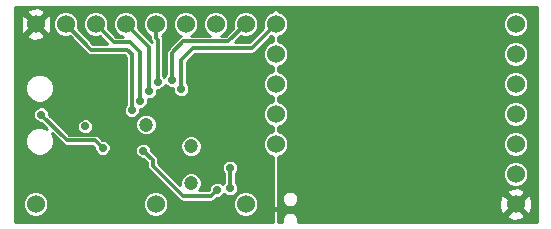
<source format=gbr>
G04 #@! TF.FileFunction,Copper,L2,Bot,Signal*
%FSLAX46Y46*%
G04 Gerber Fmt 4.6, Leading zero omitted, Abs format (unit mm)*
G04 Created by KiCad (PCBNEW 4.0.2+dfsg1-stable) date jeu. 11 mai 2017 22:37:16 CEST*
%MOMM*%
G01*
G04 APERTURE LIST*
%ADD10C,0.100000*%
%ADD11C,1.198880*%
%ADD12C,1.524000*%
%ADD13C,0.711200*%
%ADD14C,0.406400*%
%ADD15C,0.304800*%
%ADD16C,0.203200*%
%ADD17C,0.254000*%
G04 APERTURE END LIST*
D10*
D11*
X140335000Y-87185500D03*
X140335000Y-90297000D03*
D12*
X137340000Y-92075000D03*
X127180000Y-92075000D03*
X127180000Y-76835000D03*
X144960000Y-92075000D03*
X132260000Y-76835000D03*
X129720000Y-76835000D03*
X134800000Y-76835000D03*
X137340000Y-76835000D03*
X144960000Y-76835000D03*
X147500000Y-76835000D03*
X142420000Y-76835000D03*
X139880000Y-76835000D03*
X147500000Y-79375000D03*
X147500000Y-81915000D03*
X147500000Y-84455000D03*
X147500000Y-86995000D03*
X167820000Y-76835000D03*
X167820000Y-79375000D03*
X167820000Y-81915000D03*
X167820000Y-84455000D03*
X167820000Y-86995000D03*
X167820000Y-89535000D03*
X167820000Y-92075000D03*
D11*
X136525000Y-85344000D03*
D13*
X128447800Y-75641200D03*
X125907800Y-75641200D03*
X148767800Y-75641200D03*
X143687800Y-75641200D03*
X138607800Y-75641200D03*
X133527800Y-75641200D03*
X130962400Y-75641200D03*
X136067800Y-75641200D03*
X141147800Y-75641200D03*
X146227800Y-75641200D03*
X159740600Y-78028800D03*
X132080000Y-84582000D03*
X125704600Y-93345000D03*
X153924000Y-86131400D03*
X157251400Y-92329000D03*
X163220400Y-87426800D03*
X152222200Y-93345000D03*
X160477200Y-88925400D03*
X143764000Y-80162400D03*
X140296900Y-81534000D03*
X129850000Y-81000000D03*
X143713200Y-93345000D03*
X138303000Y-93345000D03*
X137922000Y-87566500D03*
X134620000Y-88963500D03*
X136207500Y-90297000D03*
X136207500Y-93345000D03*
X130111500Y-89344500D03*
X132842000Y-87312500D03*
X127647700Y-84493100D03*
X131381500Y-85496400D03*
X140335000Y-87185500D03*
X140335000Y-90297000D03*
X136296400Y-87553800D03*
X142557500Y-90855800D03*
X135305800Y-84124800D03*
X136042400Y-83312000D03*
X136779000Y-82524600D03*
X137515600Y-81711800D03*
X138696700Y-81534000D03*
X139496800Y-82334100D03*
X143637000Y-89001600D03*
X143637000Y-90728800D03*
X136525000Y-85344000D03*
D14*
X152222200Y-93345000D02*
X151028400Y-93345000D01*
X145910300Y-93345000D02*
X143713200Y-93345000D01*
X146723100Y-92532200D02*
X145910300Y-93345000D01*
X150215600Y-92532200D02*
X146723100Y-92532200D01*
X151028400Y-93345000D02*
X150215600Y-92532200D01*
D15*
X125907800Y-75641200D02*
X125907800Y-78409800D01*
D16*
X126390400Y-75641200D02*
X126555500Y-75476100D01*
X126555500Y-75476100D02*
X127800100Y-75476100D01*
X127965200Y-75641200D02*
X127800100Y-75476100D01*
X128447800Y-75641200D02*
X127965200Y-75641200D01*
X125907800Y-75641200D02*
X126390400Y-75641200D01*
D15*
X125704600Y-78613000D02*
X125704600Y-79400400D01*
X125907800Y-78409800D02*
X125704600Y-78613000D01*
D16*
X128447800Y-75641200D02*
X128447800Y-77343000D01*
X129850000Y-78745200D02*
X129850000Y-81000000D01*
X128447800Y-77343000D02*
X129850000Y-78745200D01*
X128930400Y-75641200D02*
X129095500Y-75476100D01*
X129095500Y-75476100D02*
X130314700Y-75476100D01*
X148285200Y-75641200D02*
X148767800Y-75641200D01*
X146227800Y-75641200D02*
X146710400Y-75641200D01*
X145745200Y-75641200D02*
X145580100Y-75476100D01*
X145580100Y-75476100D02*
X144335500Y-75476100D01*
X144170400Y-75641200D02*
X144335500Y-75476100D01*
X143687800Y-75641200D02*
X143205200Y-75641200D01*
X141147800Y-75641200D02*
X141630400Y-75641200D01*
X140665200Y-75641200D02*
X140500100Y-75476100D01*
X140500100Y-75476100D02*
X139255500Y-75476100D01*
X139090400Y-75641200D02*
X139255500Y-75476100D01*
X138607800Y-75641200D02*
X138125200Y-75641200D01*
X136067800Y-75641200D02*
X136550400Y-75641200D01*
X135585200Y-75641200D02*
X135420100Y-75476100D01*
X135420100Y-75476100D02*
X134175500Y-75476100D01*
X134010400Y-75641200D02*
X134175500Y-75476100D01*
X133527800Y-75641200D02*
X133045200Y-75641200D01*
X130962400Y-75641200D02*
X131445000Y-75641200D01*
X130479800Y-75641200D02*
X130314700Y-75476100D01*
X130962400Y-75641200D02*
X130479800Y-75641200D01*
X131445000Y-75641200D02*
X131610100Y-75476100D01*
X132880100Y-75476100D02*
X131610100Y-75476100D01*
X133045200Y-75641200D02*
X132880100Y-75476100D01*
X133527800Y-75641200D02*
X134010400Y-75641200D01*
X136067800Y-75641200D02*
X135585200Y-75641200D01*
X136550400Y-75641200D02*
X136715500Y-75476100D01*
X137960100Y-75476100D02*
X136715500Y-75476100D01*
X138125200Y-75641200D02*
X137960100Y-75476100D01*
X138607800Y-75641200D02*
X139090400Y-75641200D01*
X141147800Y-75641200D02*
X140665200Y-75641200D01*
X141630400Y-75641200D02*
X141795500Y-75476100D01*
X143040100Y-75476100D02*
X141795500Y-75476100D01*
X143205200Y-75641200D02*
X143040100Y-75476100D01*
X143687800Y-75641200D02*
X144170400Y-75641200D01*
X146227800Y-75641200D02*
X145745200Y-75641200D01*
X146710400Y-75641200D02*
X146875500Y-75476100D01*
X148120100Y-75476100D02*
X147726400Y-75476100D01*
X147269200Y-75476100D02*
X146875500Y-75476100D01*
X148285200Y-75641200D02*
X148120100Y-75476100D01*
D14*
X147269200Y-75476100D02*
X147726400Y-75476100D01*
D16*
X128447800Y-75641200D02*
X128930400Y-75641200D01*
D15*
X159740600Y-78028800D02*
X151323040Y-78028800D01*
X132080000Y-84582000D02*
X133108700Y-84582000D01*
X133337300Y-84810600D02*
X134061200Y-84810600D01*
X133108700Y-84582000D02*
X133337300Y-84810600D01*
D14*
X125704600Y-79400400D02*
X128250400Y-79400400D01*
X128250400Y-79400400D02*
X129850000Y-81000000D01*
X130111500Y-89344500D02*
X125704600Y-89344500D01*
X125704600Y-93345000D02*
X125704600Y-89344500D01*
X125704600Y-89344500D02*
X125704600Y-79400400D01*
X140296900Y-81534000D02*
X140296900Y-83527900D01*
X140296900Y-83527900D02*
X137083800Y-86741000D01*
X129850000Y-81000000D02*
X131165000Y-81000000D01*
X134061200Y-83896200D02*
X134061200Y-84810600D01*
X131165000Y-81000000D02*
X134061200Y-83896200D01*
X134061200Y-84810600D02*
X134061200Y-84836000D01*
X134061200Y-84836000D02*
X135966200Y-86741000D01*
X153924000Y-86131400D02*
X153924000Y-91643200D01*
X153924000Y-91643200D02*
X152222200Y-93345000D01*
X157251400Y-92329000D02*
X157251400Y-93345000D01*
X157251400Y-92329000D02*
X158038800Y-92329000D01*
X160477200Y-88925400D02*
X160477200Y-89890600D01*
X158038800Y-92329000D02*
X160477200Y-89890600D01*
D16*
X163220400Y-87426800D02*
X163220400Y-88315800D01*
X162610800Y-88925400D02*
X160477200Y-88925400D01*
X163220400Y-88315800D02*
X162610800Y-88925400D01*
D14*
X152222200Y-93345000D02*
X157251400Y-93345000D01*
X157251400Y-93345000D02*
X166550000Y-93345000D01*
X166550000Y-93345000D02*
X167820000Y-92075000D01*
D15*
X143764000Y-80162400D02*
X141668500Y-80162400D01*
X141668500Y-80162400D02*
X140296900Y-81534000D01*
D14*
X143713200Y-93345000D02*
X139166600Y-93345000D01*
X139166600Y-93345000D02*
X138734800Y-92913200D01*
X136207500Y-90297000D02*
X137515600Y-90297000D01*
X138734800Y-91516200D02*
X138734800Y-92913200D01*
X137515600Y-90297000D02*
X138734800Y-91516200D01*
X138734800Y-92913200D02*
X138303000Y-93345000D01*
X136207500Y-90297000D02*
X136207500Y-88900000D01*
X136207500Y-88900000D02*
X135445500Y-88138000D01*
X135445500Y-87249000D02*
X135445500Y-88138000D01*
X135445500Y-87249000D02*
X135953500Y-86741000D01*
X135966200Y-86741000D02*
X135953500Y-86741000D01*
X137096500Y-86741000D02*
X137083800Y-86741000D01*
X137922000Y-87566500D02*
X137096500Y-86741000D01*
X137083800Y-86741000D02*
X135966200Y-86741000D01*
X135445500Y-88138000D02*
X134620000Y-88963500D01*
X136207500Y-93345000D02*
X132461000Y-93345000D01*
X132461000Y-93345000D02*
X130111500Y-90995500D01*
X130111500Y-90995500D02*
X130111500Y-89344500D01*
D15*
X132207000Y-86677500D02*
X129832100Y-86677500D01*
X129832100Y-86677500D02*
X127647700Y-84493100D01*
X132207000Y-86677500D02*
X132842000Y-87312500D01*
X137083800Y-88341200D02*
X137083800Y-88811100D01*
X136296400Y-87553800D02*
X137083800Y-88341200D01*
X142011400Y-91401900D02*
X142557500Y-90855800D01*
X139674600Y-91401900D02*
X142011400Y-91401900D01*
X137083800Y-88811100D02*
X139674600Y-91401900D01*
X135305800Y-84124800D02*
X135305800Y-79400400D01*
X131879000Y-78994000D02*
X129720000Y-76835000D01*
X134899400Y-78994000D02*
X131879000Y-78994000D01*
X135305800Y-79400400D02*
X134899400Y-78994000D01*
X136042400Y-83312000D02*
X136042400Y-79222600D01*
X133809400Y-78384400D02*
X132260000Y-76835000D01*
X135204200Y-78384400D02*
X133809400Y-78384400D01*
X136042400Y-79222600D02*
X135204200Y-78384400D01*
X136779000Y-82524600D02*
X136779000Y-78814000D01*
X136779000Y-78814000D02*
X134800000Y-76835000D01*
X137515600Y-81711800D02*
X137515600Y-78155800D01*
X137340000Y-77980200D02*
X137340000Y-76835000D01*
X137515600Y-78155800D02*
X137340000Y-77980200D01*
X138696700Y-81534000D02*
X138696700Y-79298800D01*
X143486800Y-78308200D02*
X144960000Y-76835000D01*
X139687300Y-78308200D02*
X143486800Y-78308200D01*
X138696700Y-79298800D02*
X139687300Y-78308200D01*
X139496800Y-82334100D02*
X139496800Y-79883000D01*
X145468000Y-78867000D02*
X147500000Y-76835000D01*
X140512800Y-78867000D02*
X145468000Y-78867000D01*
X139496800Y-79883000D02*
X140512800Y-78867000D01*
X143637000Y-89001600D02*
X143637000Y-90728800D01*
D17*
G36*
X147294600Y-75745820D02*
X147284335Y-75745811D01*
X146883937Y-75911252D01*
X146577329Y-76217326D01*
X146411189Y-76617434D01*
X146410811Y-77050665D01*
X146467986Y-77189040D01*
X145269426Y-78387600D01*
X144085374Y-78387600D01*
X144605870Y-77867104D01*
X144742434Y-77923811D01*
X145175665Y-77924189D01*
X145576063Y-77758748D01*
X145882671Y-77452674D01*
X146048811Y-77052566D01*
X146049189Y-76619335D01*
X145883748Y-76218937D01*
X145577674Y-75912329D01*
X145177566Y-75746189D01*
X144744335Y-75745811D01*
X144343937Y-75911252D01*
X144037329Y-76217326D01*
X143871189Y-76617434D01*
X143870811Y-77050665D01*
X143927986Y-77189040D01*
X143288226Y-77828800D01*
X142866524Y-77828800D01*
X143036063Y-77758748D01*
X143342671Y-77452674D01*
X143508811Y-77052566D01*
X143509189Y-76619335D01*
X143343748Y-76218937D01*
X143037674Y-75912329D01*
X142637566Y-75746189D01*
X142204335Y-75745811D01*
X141803937Y-75911252D01*
X141497329Y-76217326D01*
X141331189Y-76617434D01*
X141330811Y-77050665D01*
X141496252Y-77451063D01*
X141802326Y-77757671D01*
X141973623Y-77828800D01*
X140326524Y-77828800D01*
X140496063Y-77758748D01*
X140802671Y-77452674D01*
X140968811Y-77052566D01*
X140969189Y-76619335D01*
X140803748Y-76218937D01*
X140497674Y-75912329D01*
X140097566Y-75746189D01*
X139664335Y-75745811D01*
X139263937Y-75911252D01*
X138957329Y-76217326D01*
X138791189Y-76617434D01*
X138790811Y-77050665D01*
X138956252Y-77451063D01*
X139262326Y-77757671D01*
X139515784Y-77862916D01*
X139503841Y-77865292D01*
X139348313Y-77969213D01*
X138357713Y-78959813D01*
X138253792Y-79115341D01*
X138232457Y-79222600D01*
X138217300Y-79298800D01*
X138217300Y-81048062D01*
X138118357Y-81146833D01*
X138058947Y-81289910D01*
X137995000Y-81225851D01*
X137995000Y-78155800D01*
X137988822Y-78124741D01*
X137958508Y-77972341D01*
X137854587Y-77816813D01*
X137843169Y-77805395D01*
X137956063Y-77758748D01*
X138262671Y-77452674D01*
X138428811Y-77052566D01*
X138429189Y-76619335D01*
X138263748Y-76218937D01*
X137957674Y-75912329D01*
X137557566Y-75746189D01*
X137124335Y-75745811D01*
X136723937Y-75911252D01*
X136417329Y-76217326D01*
X136251189Y-76617434D01*
X136250811Y-77050665D01*
X136416252Y-77451063D01*
X136722326Y-77757671D01*
X136860600Y-77815088D01*
X136860600Y-77980200D01*
X136897092Y-78163659D01*
X137001013Y-78319187D01*
X137036200Y-78354374D01*
X137036200Y-78393226D01*
X135832104Y-77189130D01*
X135888811Y-77052566D01*
X135889189Y-76619335D01*
X135723748Y-76218937D01*
X135417674Y-75912329D01*
X135017566Y-75746189D01*
X134584335Y-75745811D01*
X134183937Y-75911252D01*
X133877329Y-76217326D01*
X133711189Y-76617434D01*
X133710811Y-77050665D01*
X133876252Y-77451063D01*
X134182326Y-77757671D01*
X134537132Y-77905000D01*
X134007974Y-77905000D01*
X133292104Y-77189130D01*
X133348811Y-77052566D01*
X133349189Y-76619335D01*
X133183748Y-76218937D01*
X132877674Y-75912329D01*
X132477566Y-75746189D01*
X132044335Y-75745811D01*
X131643937Y-75911252D01*
X131337329Y-76217326D01*
X131171189Y-76617434D01*
X131170811Y-77050665D01*
X131336252Y-77451063D01*
X131642326Y-77757671D01*
X132042434Y-77923811D01*
X132475665Y-77924189D01*
X132614040Y-77867014D01*
X133261626Y-78514600D01*
X132077574Y-78514600D01*
X130752104Y-77189130D01*
X130808811Y-77052566D01*
X130809189Y-76619335D01*
X130643748Y-76218937D01*
X130337674Y-75912329D01*
X129937566Y-75746189D01*
X129504335Y-75745811D01*
X129103937Y-75911252D01*
X128797329Y-76217326D01*
X128631189Y-76617434D01*
X128630811Y-77050665D01*
X128796252Y-77451063D01*
X129102326Y-77757671D01*
X129502434Y-77923811D01*
X129935665Y-77924189D01*
X130074040Y-77867014D01*
X131540013Y-79332987D01*
X131695541Y-79436908D01*
X131879000Y-79473400D01*
X134700826Y-79473400D01*
X134826400Y-79598974D01*
X134826400Y-83638862D01*
X134727457Y-83737633D01*
X134623319Y-83988427D01*
X134623082Y-84259982D01*
X134726782Y-84510957D01*
X134918633Y-84703143D01*
X135169427Y-84807281D01*
X135440982Y-84807518D01*
X135691957Y-84703818D01*
X135884143Y-84511967D01*
X135988281Y-84261173D01*
X135988514Y-83994553D01*
X136177582Y-83994718D01*
X136428557Y-83891018D01*
X136620743Y-83699167D01*
X136724881Y-83448373D01*
X136725092Y-83207153D01*
X136914182Y-83207318D01*
X137165157Y-83103618D01*
X137357343Y-82911767D01*
X137461481Y-82660973D01*
X137461714Y-82394353D01*
X137650782Y-82394518D01*
X137901757Y-82290818D01*
X138093943Y-82098967D01*
X138153353Y-81955890D01*
X138309533Y-82112343D01*
X138560327Y-82216481D01*
X138814302Y-82216703D01*
X138814082Y-82469282D01*
X138917782Y-82720257D01*
X139109633Y-82912443D01*
X139360427Y-83016581D01*
X139631982Y-83016818D01*
X139882957Y-82913118D01*
X140075143Y-82721267D01*
X140179281Y-82470473D01*
X140179518Y-82198918D01*
X140075818Y-81947943D01*
X139976200Y-81848151D01*
X139976200Y-80081574D01*
X140711374Y-79346400D01*
X145468000Y-79346400D01*
X145651459Y-79309908D01*
X145806987Y-79205987D01*
X147145870Y-77867104D01*
X147282434Y-77923811D01*
X147294600Y-77923822D01*
X147294600Y-78285820D01*
X147284335Y-78285811D01*
X146883937Y-78451252D01*
X146577329Y-78757326D01*
X146411189Y-79157434D01*
X146410811Y-79590665D01*
X146576252Y-79991063D01*
X146882326Y-80297671D01*
X147282434Y-80463811D01*
X147294600Y-80463822D01*
X147294600Y-80825820D01*
X147284335Y-80825811D01*
X146883937Y-80991252D01*
X146577329Y-81297326D01*
X146411189Y-81697434D01*
X146410811Y-82130665D01*
X146576252Y-82531063D01*
X146882326Y-82837671D01*
X147282434Y-83003811D01*
X147294600Y-83003822D01*
X147294600Y-83365820D01*
X147284335Y-83365811D01*
X146883937Y-83531252D01*
X146577329Y-83837326D01*
X146411189Y-84237434D01*
X146410811Y-84670665D01*
X146576252Y-85071063D01*
X146882326Y-85377671D01*
X147282434Y-85543811D01*
X147294600Y-85543822D01*
X147294600Y-85905820D01*
X147284335Y-85905811D01*
X146883937Y-86071252D01*
X146577329Y-86377326D01*
X146411189Y-86777434D01*
X146410811Y-87210665D01*
X146576252Y-87611063D01*
X146882326Y-87917671D01*
X147282434Y-88083811D01*
X147294600Y-88083822D01*
X147294600Y-93598000D01*
X125402000Y-93598000D01*
X125402000Y-92290665D01*
X126090811Y-92290665D01*
X126256252Y-92691063D01*
X126562326Y-92997671D01*
X126962434Y-93163811D01*
X127395665Y-93164189D01*
X127796063Y-92998748D01*
X128102671Y-92692674D01*
X128268811Y-92292566D01*
X128268812Y-92290665D01*
X136250811Y-92290665D01*
X136416252Y-92691063D01*
X136722326Y-92997671D01*
X137122434Y-93163811D01*
X137555665Y-93164189D01*
X137956063Y-92998748D01*
X138262671Y-92692674D01*
X138428811Y-92292566D01*
X138428812Y-92290665D01*
X143870811Y-92290665D01*
X144036252Y-92691063D01*
X144342326Y-92997671D01*
X144742434Y-93163811D01*
X145175665Y-93164189D01*
X145576063Y-92998748D01*
X145882671Y-92692674D01*
X146048811Y-92292566D01*
X146049189Y-91859335D01*
X145883748Y-91458937D01*
X145577674Y-91152329D01*
X145177566Y-90986189D01*
X144744335Y-90985811D01*
X144343937Y-91151252D01*
X144037329Y-91457326D01*
X143871189Y-91857434D01*
X143870811Y-92290665D01*
X138428812Y-92290665D01*
X138429189Y-91859335D01*
X138263748Y-91458937D01*
X137957674Y-91152329D01*
X137557566Y-90986189D01*
X137124335Y-90985811D01*
X136723937Y-91151252D01*
X136417329Y-91457326D01*
X136251189Y-91857434D01*
X136250811Y-92290665D01*
X128268812Y-92290665D01*
X128269189Y-91859335D01*
X128103748Y-91458937D01*
X127797674Y-91152329D01*
X127397566Y-90986189D01*
X126964335Y-90985811D01*
X126563937Y-91151252D01*
X126257329Y-91457326D01*
X126091189Y-91857434D01*
X126090811Y-92290665D01*
X125402000Y-92290665D01*
X125402000Y-86992995D01*
X126272788Y-86992995D01*
X126459194Y-87444131D01*
X126804053Y-87789593D01*
X127254864Y-87976786D01*
X127742995Y-87977212D01*
X128194131Y-87790806D01*
X128539593Y-87445947D01*
X128726786Y-86995136D01*
X128727212Y-86507005D01*
X128546658Y-86070032D01*
X129493113Y-87016487D01*
X129648641Y-87120408D01*
X129832100Y-87156900D01*
X132008426Y-87156900D01*
X132159404Y-87307878D01*
X132159282Y-87447682D01*
X132262982Y-87698657D01*
X132454833Y-87890843D01*
X132705627Y-87994981D01*
X132977182Y-87995218D01*
X133228157Y-87891518D01*
X133420343Y-87699667D01*
X133424779Y-87688982D01*
X135613682Y-87688982D01*
X135717382Y-87939957D01*
X135909233Y-88132143D01*
X136160027Y-88236281D01*
X136301030Y-88236404D01*
X136604400Y-88539774D01*
X136604400Y-88811100D01*
X136640892Y-88994559D01*
X136744813Y-89150087D01*
X139335613Y-91740887D01*
X139491142Y-91844808D01*
X139674600Y-91881300D01*
X142011400Y-91881300D01*
X142194859Y-91844808D01*
X142350387Y-91740887D01*
X142552878Y-91538396D01*
X142692682Y-91538518D01*
X142943657Y-91434818D01*
X143135843Y-91242967D01*
X143150509Y-91207646D01*
X143249833Y-91307143D01*
X143500627Y-91411281D01*
X143772182Y-91411518D01*
X144023157Y-91307818D01*
X144215343Y-91115967D01*
X144319481Y-90865173D01*
X144319718Y-90593618D01*
X144216018Y-90342643D01*
X144116400Y-90242851D01*
X144116400Y-89487538D01*
X144215343Y-89388767D01*
X144319481Y-89137973D01*
X144319718Y-88866418D01*
X144216018Y-88615443D01*
X144024167Y-88423257D01*
X143773373Y-88319119D01*
X143501818Y-88318882D01*
X143250843Y-88422582D01*
X143058657Y-88614433D01*
X142954519Y-88865227D01*
X142954282Y-89136782D01*
X143057982Y-89387757D01*
X143157600Y-89487549D01*
X143157600Y-90242862D01*
X143058657Y-90341633D01*
X143043991Y-90376954D01*
X142944667Y-90277457D01*
X142693873Y-90173319D01*
X142422318Y-90173082D01*
X142171343Y-90276782D01*
X141979157Y-90468633D01*
X141875019Y-90719427D01*
X141874896Y-90860430D01*
X141812826Y-90922500D01*
X141019736Y-90922500D01*
X141119940Y-90822471D01*
X141261279Y-90482089D01*
X141261600Y-90113528D01*
X141120856Y-89772900D01*
X140860471Y-89512060D01*
X140520089Y-89370721D01*
X140151528Y-89370400D01*
X139810900Y-89511144D01*
X139550060Y-89771529D01*
X139408721Y-90111911D01*
X139408420Y-90457746D01*
X137563200Y-88612526D01*
X137563200Y-88341200D01*
X137558761Y-88318882D01*
X137526708Y-88157741D01*
X137422787Y-88002213D01*
X136978996Y-87558422D01*
X136979118Y-87418618D01*
X136958605Y-87368972D01*
X139408400Y-87368972D01*
X139549144Y-87709600D01*
X139809529Y-87970440D01*
X140149911Y-88111779D01*
X140518472Y-88112100D01*
X140859100Y-87971356D01*
X141119940Y-87710971D01*
X141261279Y-87370589D01*
X141261600Y-87002028D01*
X141120856Y-86661400D01*
X140860471Y-86400560D01*
X140520089Y-86259221D01*
X140151528Y-86258900D01*
X139810900Y-86399644D01*
X139550060Y-86660029D01*
X139408721Y-87000411D01*
X139408400Y-87368972D01*
X136958605Y-87368972D01*
X136875418Y-87167643D01*
X136683567Y-86975457D01*
X136432773Y-86871319D01*
X136161218Y-86871082D01*
X135910243Y-86974782D01*
X135718057Y-87166633D01*
X135613919Y-87417427D01*
X135613682Y-87688982D01*
X133424779Y-87688982D01*
X133524481Y-87448873D01*
X133524718Y-87177318D01*
X133421018Y-86926343D01*
X133229167Y-86734157D01*
X132978373Y-86630019D01*
X132837370Y-86629896D01*
X132545987Y-86338513D01*
X132390459Y-86234592D01*
X132207000Y-86198100D01*
X130030674Y-86198100D01*
X129464156Y-85631582D01*
X130698782Y-85631582D01*
X130802482Y-85882557D01*
X130994333Y-86074743D01*
X131245127Y-86178881D01*
X131516682Y-86179118D01*
X131767657Y-86075418D01*
X131959843Y-85883567D01*
X132063981Y-85632773D01*
X132064072Y-85527472D01*
X135598400Y-85527472D01*
X135739144Y-85868100D01*
X135999529Y-86128940D01*
X136339911Y-86270279D01*
X136708472Y-86270600D01*
X137049100Y-86129856D01*
X137309940Y-85869471D01*
X137451279Y-85529089D01*
X137451600Y-85160528D01*
X137310856Y-84819900D01*
X137050471Y-84559060D01*
X136710089Y-84417721D01*
X136341528Y-84417400D01*
X136000900Y-84558144D01*
X135740060Y-84818529D01*
X135598721Y-85158911D01*
X135598400Y-85527472D01*
X132064072Y-85527472D01*
X132064218Y-85361218D01*
X131960518Y-85110243D01*
X131768667Y-84918057D01*
X131517873Y-84813919D01*
X131246318Y-84813682D01*
X130995343Y-84917382D01*
X130803157Y-85109233D01*
X130699019Y-85360027D01*
X130698782Y-85631582D01*
X129464156Y-85631582D01*
X128330296Y-84497722D01*
X128330418Y-84357918D01*
X128226718Y-84106943D01*
X128034867Y-83914757D01*
X127784073Y-83810619D01*
X127512518Y-83810382D01*
X127261543Y-83914082D01*
X127069357Y-84105933D01*
X126965219Y-84356727D01*
X126964982Y-84628282D01*
X127068682Y-84879257D01*
X127260533Y-85071443D01*
X127511327Y-85175581D01*
X127652330Y-85175704D01*
X128180703Y-85704077D01*
X127745136Y-85523214D01*
X127257005Y-85522788D01*
X126805869Y-85709194D01*
X126460407Y-86054053D01*
X126273214Y-86504864D01*
X126272788Y-86992995D01*
X125402000Y-86992995D01*
X125402000Y-82492995D01*
X126272788Y-82492995D01*
X126459194Y-82944131D01*
X126804053Y-83289593D01*
X127254864Y-83476786D01*
X127742995Y-83477212D01*
X128194131Y-83290806D01*
X128539593Y-82945947D01*
X128726786Y-82495136D01*
X128727212Y-82007005D01*
X128540806Y-81555869D01*
X128195947Y-81210407D01*
X127745136Y-81023214D01*
X127257005Y-81022788D01*
X126805869Y-81209194D01*
X126460407Y-81554053D01*
X126273214Y-82004864D01*
X126272788Y-82492995D01*
X125402000Y-82492995D01*
X125402000Y-77815213D01*
X126379392Y-77815213D01*
X126448857Y-78057397D01*
X126972302Y-78244144D01*
X127527368Y-78216362D01*
X127911143Y-78057397D01*
X127980608Y-77815213D01*
X127180000Y-77014605D01*
X126379392Y-77815213D01*
X125402000Y-77815213D01*
X125402000Y-76627302D01*
X125770856Y-76627302D01*
X125798638Y-77182368D01*
X125957603Y-77566143D01*
X126199787Y-77635608D01*
X127000395Y-76835000D01*
X127359605Y-76835000D01*
X128160213Y-77635608D01*
X128402397Y-77566143D01*
X128589144Y-77042698D01*
X128561362Y-76487632D01*
X128402397Y-76103857D01*
X128160213Y-76034392D01*
X127359605Y-76835000D01*
X127000395Y-76835000D01*
X126199787Y-76034392D01*
X125957603Y-76103857D01*
X125770856Y-76627302D01*
X125402000Y-76627302D01*
X125402000Y-75854787D01*
X126379392Y-75854787D01*
X127180000Y-76655395D01*
X127980608Y-75854787D01*
X127911143Y-75612603D01*
X127387698Y-75425856D01*
X126832632Y-75453638D01*
X126448857Y-75612603D01*
X126379392Y-75854787D01*
X125402000Y-75854787D01*
X125402000Y-75402000D01*
X147294600Y-75402000D01*
X147294600Y-75745820D01*
X147294600Y-75745820D01*
G37*
X147294600Y-75745820D02*
X147284335Y-75745811D01*
X146883937Y-75911252D01*
X146577329Y-76217326D01*
X146411189Y-76617434D01*
X146410811Y-77050665D01*
X146467986Y-77189040D01*
X145269426Y-78387600D01*
X144085374Y-78387600D01*
X144605870Y-77867104D01*
X144742434Y-77923811D01*
X145175665Y-77924189D01*
X145576063Y-77758748D01*
X145882671Y-77452674D01*
X146048811Y-77052566D01*
X146049189Y-76619335D01*
X145883748Y-76218937D01*
X145577674Y-75912329D01*
X145177566Y-75746189D01*
X144744335Y-75745811D01*
X144343937Y-75911252D01*
X144037329Y-76217326D01*
X143871189Y-76617434D01*
X143870811Y-77050665D01*
X143927986Y-77189040D01*
X143288226Y-77828800D01*
X142866524Y-77828800D01*
X143036063Y-77758748D01*
X143342671Y-77452674D01*
X143508811Y-77052566D01*
X143509189Y-76619335D01*
X143343748Y-76218937D01*
X143037674Y-75912329D01*
X142637566Y-75746189D01*
X142204335Y-75745811D01*
X141803937Y-75911252D01*
X141497329Y-76217326D01*
X141331189Y-76617434D01*
X141330811Y-77050665D01*
X141496252Y-77451063D01*
X141802326Y-77757671D01*
X141973623Y-77828800D01*
X140326524Y-77828800D01*
X140496063Y-77758748D01*
X140802671Y-77452674D01*
X140968811Y-77052566D01*
X140969189Y-76619335D01*
X140803748Y-76218937D01*
X140497674Y-75912329D01*
X140097566Y-75746189D01*
X139664335Y-75745811D01*
X139263937Y-75911252D01*
X138957329Y-76217326D01*
X138791189Y-76617434D01*
X138790811Y-77050665D01*
X138956252Y-77451063D01*
X139262326Y-77757671D01*
X139515784Y-77862916D01*
X139503841Y-77865292D01*
X139348313Y-77969213D01*
X138357713Y-78959813D01*
X138253792Y-79115341D01*
X138232457Y-79222600D01*
X138217300Y-79298800D01*
X138217300Y-81048062D01*
X138118357Y-81146833D01*
X138058947Y-81289910D01*
X137995000Y-81225851D01*
X137995000Y-78155800D01*
X137988822Y-78124741D01*
X137958508Y-77972341D01*
X137854587Y-77816813D01*
X137843169Y-77805395D01*
X137956063Y-77758748D01*
X138262671Y-77452674D01*
X138428811Y-77052566D01*
X138429189Y-76619335D01*
X138263748Y-76218937D01*
X137957674Y-75912329D01*
X137557566Y-75746189D01*
X137124335Y-75745811D01*
X136723937Y-75911252D01*
X136417329Y-76217326D01*
X136251189Y-76617434D01*
X136250811Y-77050665D01*
X136416252Y-77451063D01*
X136722326Y-77757671D01*
X136860600Y-77815088D01*
X136860600Y-77980200D01*
X136897092Y-78163659D01*
X137001013Y-78319187D01*
X137036200Y-78354374D01*
X137036200Y-78393226D01*
X135832104Y-77189130D01*
X135888811Y-77052566D01*
X135889189Y-76619335D01*
X135723748Y-76218937D01*
X135417674Y-75912329D01*
X135017566Y-75746189D01*
X134584335Y-75745811D01*
X134183937Y-75911252D01*
X133877329Y-76217326D01*
X133711189Y-76617434D01*
X133710811Y-77050665D01*
X133876252Y-77451063D01*
X134182326Y-77757671D01*
X134537132Y-77905000D01*
X134007974Y-77905000D01*
X133292104Y-77189130D01*
X133348811Y-77052566D01*
X133349189Y-76619335D01*
X133183748Y-76218937D01*
X132877674Y-75912329D01*
X132477566Y-75746189D01*
X132044335Y-75745811D01*
X131643937Y-75911252D01*
X131337329Y-76217326D01*
X131171189Y-76617434D01*
X131170811Y-77050665D01*
X131336252Y-77451063D01*
X131642326Y-77757671D01*
X132042434Y-77923811D01*
X132475665Y-77924189D01*
X132614040Y-77867014D01*
X133261626Y-78514600D01*
X132077574Y-78514600D01*
X130752104Y-77189130D01*
X130808811Y-77052566D01*
X130809189Y-76619335D01*
X130643748Y-76218937D01*
X130337674Y-75912329D01*
X129937566Y-75746189D01*
X129504335Y-75745811D01*
X129103937Y-75911252D01*
X128797329Y-76217326D01*
X128631189Y-76617434D01*
X128630811Y-77050665D01*
X128796252Y-77451063D01*
X129102326Y-77757671D01*
X129502434Y-77923811D01*
X129935665Y-77924189D01*
X130074040Y-77867014D01*
X131540013Y-79332987D01*
X131695541Y-79436908D01*
X131879000Y-79473400D01*
X134700826Y-79473400D01*
X134826400Y-79598974D01*
X134826400Y-83638862D01*
X134727457Y-83737633D01*
X134623319Y-83988427D01*
X134623082Y-84259982D01*
X134726782Y-84510957D01*
X134918633Y-84703143D01*
X135169427Y-84807281D01*
X135440982Y-84807518D01*
X135691957Y-84703818D01*
X135884143Y-84511967D01*
X135988281Y-84261173D01*
X135988514Y-83994553D01*
X136177582Y-83994718D01*
X136428557Y-83891018D01*
X136620743Y-83699167D01*
X136724881Y-83448373D01*
X136725092Y-83207153D01*
X136914182Y-83207318D01*
X137165157Y-83103618D01*
X137357343Y-82911767D01*
X137461481Y-82660973D01*
X137461714Y-82394353D01*
X137650782Y-82394518D01*
X137901757Y-82290818D01*
X138093943Y-82098967D01*
X138153353Y-81955890D01*
X138309533Y-82112343D01*
X138560327Y-82216481D01*
X138814302Y-82216703D01*
X138814082Y-82469282D01*
X138917782Y-82720257D01*
X139109633Y-82912443D01*
X139360427Y-83016581D01*
X139631982Y-83016818D01*
X139882957Y-82913118D01*
X140075143Y-82721267D01*
X140179281Y-82470473D01*
X140179518Y-82198918D01*
X140075818Y-81947943D01*
X139976200Y-81848151D01*
X139976200Y-80081574D01*
X140711374Y-79346400D01*
X145468000Y-79346400D01*
X145651459Y-79309908D01*
X145806987Y-79205987D01*
X147145870Y-77867104D01*
X147282434Y-77923811D01*
X147294600Y-77923822D01*
X147294600Y-78285820D01*
X147284335Y-78285811D01*
X146883937Y-78451252D01*
X146577329Y-78757326D01*
X146411189Y-79157434D01*
X146410811Y-79590665D01*
X146576252Y-79991063D01*
X146882326Y-80297671D01*
X147282434Y-80463811D01*
X147294600Y-80463822D01*
X147294600Y-80825820D01*
X147284335Y-80825811D01*
X146883937Y-80991252D01*
X146577329Y-81297326D01*
X146411189Y-81697434D01*
X146410811Y-82130665D01*
X146576252Y-82531063D01*
X146882326Y-82837671D01*
X147282434Y-83003811D01*
X147294600Y-83003822D01*
X147294600Y-83365820D01*
X147284335Y-83365811D01*
X146883937Y-83531252D01*
X146577329Y-83837326D01*
X146411189Y-84237434D01*
X146410811Y-84670665D01*
X146576252Y-85071063D01*
X146882326Y-85377671D01*
X147282434Y-85543811D01*
X147294600Y-85543822D01*
X147294600Y-85905820D01*
X147284335Y-85905811D01*
X146883937Y-86071252D01*
X146577329Y-86377326D01*
X146411189Y-86777434D01*
X146410811Y-87210665D01*
X146576252Y-87611063D01*
X146882326Y-87917671D01*
X147282434Y-88083811D01*
X147294600Y-88083822D01*
X147294600Y-93598000D01*
X125402000Y-93598000D01*
X125402000Y-92290665D01*
X126090811Y-92290665D01*
X126256252Y-92691063D01*
X126562326Y-92997671D01*
X126962434Y-93163811D01*
X127395665Y-93164189D01*
X127796063Y-92998748D01*
X128102671Y-92692674D01*
X128268811Y-92292566D01*
X128268812Y-92290665D01*
X136250811Y-92290665D01*
X136416252Y-92691063D01*
X136722326Y-92997671D01*
X137122434Y-93163811D01*
X137555665Y-93164189D01*
X137956063Y-92998748D01*
X138262671Y-92692674D01*
X138428811Y-92292566D01*
X138428812Y-92290665D01*
X143870811Y-92290665D01*
X144036252Y-92691063D01*
X144342326Y-92997671D01*
X144742434Y-93163811D01*
X145175665Y-93164189D01*
X145576063Y-92998748D01*
X145882671Y-92692674D01*
X146048811Y-92292566D01*
X146049189Y-91859335D01*
X145883748Y-91458937D01*
X145577674Y-91152329D01*
X145177566Y-90986189D01*
X144744335Y-90985811D01*
X144343937Y-91151252D01*
X144037329Y-91457326D01*
X143871189Y-91857434D01*
X143870811Y-92290665D01*
X138428812Y-92290665D01*
X138429189Y-91859335D01*
X138263748Y-91458937D01*
X137957674Y-91152329D01*
X137557566Y-90986189D01*
X137124335Y-90985811D01*
X136723937Y-91151252D01*
X136417329Y-91457326D01*
X136251189Y-91857434D01*
X136250811Y-92290665D01*
X128268812Y-92290665D01*
X128269189Y-91859335D01*
X128103748Y-91458937D01*
X127797674Y-91152329D01*
X127397566Y-90986189D01*
X126964335Y-90985811D01*
X126563937Y-91151252D01*
X126257329Y-91457326D01*
X126091189Y-91857434D01*
X126090811Y-92290665D01*
X125402000Y-92290665D01*
X125402000Y-86992995D01*
X126272788Y-86992995D01*
X126459194Y-87444131D01*
X126804053Y-87789593D01*
X127254864Y-87976786D01*
X127742995Y-87977212D01*
X128194131Y-87790806D01*
X128539593Y-87445947D01*
X128726786Y-86995136D01*
X128727212Y-86507005D01*
X128546658Y-86070032D01*
X129493113Y-87016487D01*
X129648641Y-87120408D01*
X129832100Y-87156900D01*
X132008426Y-87156900D01*
X132159404Y-87307878D01*
X132159282Y-87447682D01*
X132262982Y-87698657D01*
X132454833Y-87890843D01*
X132705627Y-87994981D01*
X132977182Y-87995218D01*
X133228157Y-87891518D01*
X133420343Y-87699667D01*
X133424779Y-87688982D01*
X135613682Y-87688982D01*
X135717382Y-87939957D01*
X135909233Y-88132143D01*
X136160027Y-88236281D01*
X136301030Y-88236404D01*
X136604400Y-88539774D01*
X136604400Y-88811100D01*
X136640892Y-88994559D01*
X136744813Y-89150087D01*
X139335613Y-91740887D01*
X139491142Y-91844808D01*
X139674600Y-91881300D01*
X142011400Y-91881300D01*
X142194859Y-91844808D01*
X142350387Y-91740887D01*
X142552878Y-91538396D01*
X142692682Y-91538518D01*
X142943657Y-91434818D01*
X143135843Y-91242967D01*
X143150509Y-91207646D01*
X143249833Y-91307143D01*
X143500627Y-91411281D01*
X143772182Y-91411518D01*
X144023157Y-91307818D01*
X144215343Y-91115967D01*
X144319481Y-90865173D01*
X144319718Y-90593618D01*
X144216018Y-90342643D01*
X144116400Y-90242851D01*
X144116400Y-89487538D01*
X144215343Y-89388767D01*
X144319481Y-89137973D01*
X144319718Y-88866418D01*
X144216018Y-88615443D01*
X144024167Y-88423257D01*
X143773373Y-88319119D01*
X143501818Y-88318882D01*
X143250843Y-88422582D01*
X143058657Y-88614433D01*
X142954519Y-88865227D01*
X142954282Y-89136782D01*
X143057982Y-89387757D01*
X143157600Y-89487549D01*
X143157600Y-90242862D01*
X143058657Y-90341633D01*
X143043991Y-90376954D01*
X142944667Y-90277457D01*
X142693873Y-90173319D01*
X142422318Y-90173082D01*
X142171343Y-90276782D01*
X141979157Y-90468633D01*
X141875019Y-90719427D01*
X141874896Y-90860430D01*
X141812826Y-90922500D01*
X141019736Y-90922500D01*
X141119940Y-90822471D01*
X141261279Y-90482089D01*
X141261600Y-90113528D01*
X141120856Y-89772900D01*
X140860471Y-89512060D01*
X140520089Y-89370721D01*
X140151528Y-89370400D01*
X139810900Y-89511144D01*
X139550060Y-89771529D01*
X139408721Y-90111911D01*
X139408420Y-90457746D01*
X137563200Y-88612526D01*
X137563200Y-88341200D01*
X137558761Y-88318882D01*
X137526708Y-88157741D01*
X137422787Y-88002213D01*
X136978996Y-87558422D01*
X136979118Y-87418618D01*
X136958605Y-87368972D01*
X139408400Y-87368972D01*
X139549144Y-87709600D01*
X139809529Y-87970440D01*
X140149911Y-88111779D01*
X140518472Y-88112100D01*
X140859100Y-87971356D01*
X141119940Y-87710971D01*
X141261279Y-87370589D01*
X141261600Y-87002028D01*
X141120856Y-86661400D01*
X140860471Y-86400560D01*
X140520089Y-86259221D01*
X140151528Y-86258900D01*
X139810900Y-86399644D01*
X139550060Y-86660029D01*
X139408721Y-87000411D01*
X139408400Y-87368972D01*
X136958605Y-87368972D01*
X136875418Y-87167643D01*
X136683567Y-86975457D01*
X136432773Y-86871319D01*
X136161218Y-86871082D01*
X135910243Y-86974782D01*
X135718057Y-87166633D01*
X135613919Y-87417427D01*
X135613682Y-87688982D01*
X133424779Y-87688982D01*
X133524481Y-87448873D01*
X133524718Y-87177318D01*
X133421018Y-86926343D01*
X133229167Y-86734157D01*
X132978373Y-86630019D01*
X132837370Y-86629896D01*
X132545987Y-86338513D01*
X132390459Y-86234592D01*
X132207000Y-86198100D01*
X130030674Y-86198100D01*
X129464156Y-85631582D01*
X130698782Y-85631582D01*
X130802482Y-85882557D01*
X130994333Y-86074743D01*
X131245127Y-86178881D01*
X131516682Y-86179118D01*
X131767657Y-86075418D01*
X131959843Y-85883567D01*
X132063981Y-85632773D01*
X132064072Y-85527472D01*
X135598400Y-85527472D01*
X135739144Y-85868100D01*
X135999529Y-86128940D01*
X136339911Y-86270279D01*
X136708472Y-86270600D01*
X137049100Y-86129856D01*
X137309940Y-85869471D01*
X137451279Y-85529089D01*
X137451600Y-85160528D01*
X137310856Y-84819900D01*
X137050471Y-84559060D01*
X136710089Y-84417721D01*
X136341528Y-84417400D01*
X136000900Y-84558144D01*
X135740060Y-84818529D01*
X135598721Y-85158911D01*
X135598400Y-85527472D01*
X132064072Y-85527472D01*
X132064218Y-85361218D01*
X131960518Y-85110243D01*
X131768667Y-84918057D01*
X131517873Y-84813919D01*
X131246318Y-84813682D01*
X130995343Y-84917382D01*
X130803157Y-85109233D01*
X130699019Y-85360027D01*
X130698782Y-85631582D01*
X129464156Y-85631582D01*
X128330296Y-84497722D01*
X128330418Y-84357918D01*
X128226718Y-84106943D01*
X128034867Y-83914757D01*
X127784073Y-83810619D01*
X127512518Y-83810382D01*
X127261543Y-83914082D01*
X127069357Y-84105933D01*
X126965219Y-84356727D01*
X126964982Y-84628282D01*
X127068682Y-84879257D01*
X127260533Y-85071443D01*
X127511327Y-85175581D01*
X127652330Y-85175704D01*
X128180703Y-85704077D01*
X127745136Y-85523214D01*
X127257005Y-85522788D01*
X126805869Y-85709194D01*
X126460407Y-86054053D01*
X126273214Y-86504864D01*
X126272788Y-86992995D01*
X125402000Y-86992995D01*
X125402000Y-82492995D01*
X126272788Y-82492995D01*
X126459194Y-82944131D01*
X126804053Y-83289593D01*
X127254864Y-83476786D01*
X127742995Y-83477212D01*
X128194131Y-83290806D01*
X128539593Y-82945947D01*
X128726786Y-82495136D01*
X128727212Y-82007005D01*
X128540806Y-81555869D01*
X128195947Y-81210407D01*
X127745136Y-81023214D01*
X127257005Y-81022788D01*
X126805869Y-81209194D01*
X126460407Y-81554053D01*
X126273214Y-82004864D01*
X126272788Y-82492995D01*
X125402000Y-82492995D01*
X125402000Y-77815213D01*
X126379392Y-77815213D01*
X126448857Y-78057397D01*
X126972302Y-78244144D01*
X127527368Y-78216362D01*
X127911143Y-78057397D01*
X127980608Y-77815213D01*
X127180000Y-77014605D01*
X126379392Y-77815213D01*
X125402000Y-77815213D01*
X125402000Y-76627302D01*
X125770856Y-76627302D01*
X125798638Y-77182368D01*
X125957603Y-77566143D01*
X126199787Y-77635608D01*
X127000395Y-76835000D01*
X127359605Y-76835000D01*
X128160213Y-77635608D01*
X128402397Y-77566143D01*
X128589144Y-77042698D01*
X128561362Y-76487632D01*
X128402397Y-76103857D01*
X128160213Y-76034392D01*
X127359605Y-76835000D01*
X127000395Y-76835000D01*
X126199787Y-76034392D01*
X125957603Y-76103857D01*
X125770856Y-76627302D01*
X125402000Y-76627302D01*
X125402000Y-75854787D01*
X126379392Y-75854787D01*
X127180000Y-76655395D01*
X127980608Y-75854787D01*
X127911143Y-75612603D01*
X127387698Y-75425856D01*
X126832632Y-75453638D01*
X126448857Y-75612603D01*
X126379392Y-75854787D01*
X125402000Y-75854787D01*
X125402000Y-75402000D01*
X147294600Y-75402000D01*
X147294600Y-75745820D01*
G36*
X169598000Y-93598000D02*
X149381198Y-93598000D01*
X149393882Y-93567454D01*
X149394117Y-93298127D01*
X149293747Y-93055213D01*
X167019392Y-93055213D01*
X167088857Y-93297397D01*
X167612302Y-93484144D01*
X168167368Y-93456362D01*
X168551143Y-93297397D01*
X168620608Y-93055213D01*
X167820000Y-92254605D01*
X167019392Y-93055213D01*
X149293747Y-93055213D01*
X149291267Y-93049211D01*
X149100990Y-92858602D01*
X148852254Y-92755318D01*
X148582927Y-92755083D01*
X148334011Y-92857933D01*
X148143402Y-93048210D01*
X148040118Y-93296946D01*
X148039883Y-93566273D01*
X148052992Y-93598000D01*
X147701000Y-93598000D01*
X147701000Y-91766273D01*
X148039883Y-91766273D01*
X148142733Y-92015189D01*
X148333010Y-92205798D01*
X148581746Y-92309082D01*
X148851073Y-92309317D01*
X149099989Y-92206467D01*
X149290598Y-92016190D01*
X149352421Y-91867302D01*
X166410856Y-91867302D01*
X166438638Y-92422368D01*
X166597603Y-92806143D01*
X166839787Y-92875608D01*
X167640395Y-92075000D01*
X167999605Y-92075000D01*
X168800213Y-92875608D01*
X169042397Y-92806143D01*
X169229144Y-92282698D01*
X169201362Y-91727632D01*
X169042397Y-91343857D01*
X168800213Y-91274392D01*
X167999605Y-92075000D01*
X167640395Y-92075000D01*
X166839787Y-91274392D01*
X166597603Y-91343857D01*
X166410856Y-91867302D01*
X149352421Y-91867302D01*
X149393882Y-91767454D01*
X149394117Y-91498127D01*
X149291267Y-91249211D01*
X149137112Y-91094787D01*
X167019392Y-91094787D01*
X167820000Y-91895395D01*
X168620608Y-91094787D01*
X168551143Y-90852603D01*
X168027698Y-90665856D01*
X167472632Y-90693638D01*
X167088857Y-90852603D01*
X167019392Y-91094787D01*
X149137112Y-91094787D01*
X149100990Y-91058602D01*
X148852254Y-90955318D01*
X148582927Y-90955083D01*
X148334011Y-91057933D01*
X148143402Y-91248210D01*
X148040118Y-91496946D01*
X148039883Y-91766273D01*
X147701000Y-91766273D01*
X147701000Y-89750665D01*
X166730811Y-89750665D01*
X166896252Y-90151063D01*
X167202326Y-90457671D01*
X167602434Y-90623811D01*
X168035665Y-90624189D01*
X168436063Y-90458748D01*
X168742671Y-90152674D01*
X168908811Y-89752566D01*
X168909189Y-89319335D01*
X168743748Y-88918937D01*
X168437674Y-88612329D01*
X168037566Y-88446189D01*
X167604335Y-88445811D01*
X167203937Y-88611252D01*
X166897329Y-88917326D01*
X166731189Y-89317434D01*
X166730811Y-89750665D01*
X147701000Y-89750665D01*
X147701000Y-88084176D01*
X147715665Y-88084189D01*
X148116063Y-87918748D01*
X148422671Y-87612674D01*
X148588811Y-87212566D01*
X148588812Y-87210665D01*
X166730811Y-87210665D01*
X166896252Y-87611063D01*
X167202326Y-87917671D01*
X167602434Y-88083811D01*
X168035665Y-88084189D01*
X168436063Y-87918748D01*
X168742671Y-87612674D01*
X168908811Y-87212566D01*
X168909189Y-86779335D01*
X168743748Y-86378937D01*
X168437674Y-86072329D01*
X168037566Y-85906189D01*
X167604335Y-85905811D01*
X167203937Y-86071252D01*
X166897329Y-86377326D01*
X166731189Y-86777434D01*
X166730811Y-87210665D01*
X148588812Y-87210665D01*
X148589189Y-86779335D01*
X148423748Y-86378937D01*
X148117674Y-86072329D01*
X147717566Y-85906189D01*
X147701000Y-85906175D01*
X147701000Y-85544176D01*
X147715665Y-85544189D01*
X148116063Y-85378748D01*
X148422671Y-85072674D01*
X148588811Y-84672566D01*
X148588812Y-84670665D01*
X166730811Y-84670665D01*
X166896252Y-85071063D01*
X167202326Y-85377671D01*
X167602434Y-85543811D01*
X168035665Y-85544189D01*
X168436063Y-85378748D01*
X168742671Y-85072674D01*
X168908811Y-84672566D01*
X168909189Y-84239335D01*
X168743748Y-83838937D01*
X168437674Y-83532329D01*
X168037566Y-83366189D01*
X167604335Y-83365811D01*
X167203937Y-83531252D01*
X166897329Y-83837326D01*
X166731189Y-84237434D01*
X166730811Y-84670665D01*
X148588812Y-84670665D01*
X148589189Y-84239335D01*
X148423748Y-83838937D01*
X148117674Y-83532329D01*
X147717566Y-83366189D01*
X147701000Y-83366175D01*
X147701000Y-83004176D01*
X147715665Y-83004189D01*
X148116063Y-82838748D01*
X148422671Y-82532674D01*
X148588811Y-82132566D01*
X148588812Y-82130665D01*
X166730811Y-82130665D01*
X166896252Y-82531063D01*
X167202326Y-82837671D01*
X167602434Y-83003811D01*
X168035665Y-83004189D01*
X168436063Y-82838748D01*
X168742671Y-82532674D01*
X168908811Y-82132566D01*
X168909189Y-81699335D01*
X168743748Y-81298937D01*
X168437674Y-80992329D01*
X168037566Y-80826189D01*
X167604335Y-80825811D01*
X167203937Y-80991252D01*
X166897329Y-81297326D01*
X166731189Y-81697434D01*
X166730811Y-82130665D01*
X148588812Y-82130665D01*
X148589189Y-81699335D01*
X148423748Y-81298937D01*
X148117674Y-80992329D01*
X147717566Y-80826189D01*
X147701000Y-80826175D01*
X147701000Y-80464176D01*
X147715665Y-80464189D01*
X148116063Y-80298748D01*
X148422671Y-79992674D01*
X148588811Y-79592566D01*
X148588812Y-79590665D01*
X166730811Y-79590665D01*
X166896252Y-79991063D01*
X167202326Y-80297671D01*
X167602434Y-80463811D01*
X168035665Y-80464189D01*
X168436063Y-80298748D01*
X168742671Y-79992674D01*
X168908811Y-79592566D01*
X168909189Y-79159335D01*
X168743748Y-78758937D01*
X168437674Y-78452329D01*
X168037566Y-78286189D01*
X167604335Y-78285811D01*
X167203937Y-78451252D01*
X166897329Y-78757326D01*
X166731189Y-79157434D01*
X166730811Y-79590665D01*
X148588812Y-79590665D01*
X148589189Y-79159335D01*
X148423748Y-78758937D01*
X148117674Y-78452329D01*
X147717566Y-78286189D01*
X147701000Y-78286175D01*
X147701000Y-77924176D01*
X147715665Y-77924189D01*
X148116063Y-77758748D01*
X148422671Y-77452674D01*
X148588811Y-77052566D01*
X148588812Y-77050665D01*
X166730811Y-77050665D01*
X166896252Y-77451063D01*
X167202326Y-77757671D01*
X167602434Y-77923811D01*
X168035665Y-77924189D01*
X168436063Y-77758748D01*
X168742671Y-77452674D01*
X168908811Y-77052566D01*
X168909189Y-76619335D01*
X168743748Y-76218937D01*
X168437674Y-75912329D01*
X168037566Y-75746189D01*
X167604335Y-75745811D01*
X167203937Y-75911252D01*
X166897329Y-76217326D01*
X166731189Y-76617434D01*
X166730811Y-77050665D01*
X148588812Y-77050665D01*
X148589189Y-76619335D01*
X148423748Y-76218937D01*
X148117674Y-75912329D01*
X147717566Y-75746189D01*
X147701000Y-75746175D01*
X147701000Y-75402000D01*
X169598000Y-75402000D01*
X169598000Y-93598000D01*
X169598000Y-93598000D01*
G37*
X169598000Y-93598000D02*
X149381198Y-93598000D01*
X149393882Y-93567454D01*
X149394117Y-93298127D01*
X149293747Y-93055213D01*
X167019392Y-93055213D01*
X167088857Y-93297397D01*
X167612302Y-93484144D01*
X168167368Y-93456362D01*
X168551143Y-93297397D01*
X168620608Y-93055213D01*
X167820000Y-92254605D01*
X167019392Y-93055213D01*
X149293747Y-93055213D01*
X149291267Y-93049211D01*
X149100990Y-92858602D01*
X148852254Y-92755318D01*
X148582927Y-92755083D01*
X148334011Y-92857933D01*
X148143402Y-93048210D01*
X148040118Y-93296946D01*
X148039883Y-93566273D01*
X148052992Y-93598000D01*
X147701000Y-93598000D01*
X147701000Y-91766273D01*
X148039883Y-91766273D01*
X148142733Y-92015189D01*
X148333010Y-92205798D01*
X148581746Y-92309082D01*
X148851073Y-92309317D01*
X149099989Y-92206467D01*
X149290598Y-92016190D01*
X149352421Y-91867302D01*
X166410856Y-91867302D01*
X166438638Y-92422368D01*
X166597603Y-92806143D01*
X166839787Y-92875608D01*
X167640395Y-92075000D01*
X167999605Y-92075000D01*
X168800213Y-92875608D01*
X169042397Y-92806143D01*
X169229144Y-92282698D01*
X169201362Y-91727632D01*
X169042397Y-91343857D01*
X168800213Y-91274392D01*
X167999605Y-92075000D01*
X167640395Y-92075000D01*
X166839787Y-91274392D01*
X166597603Y-91343857D01*
X166410856Y-91867302D01*
X149352421Y-91867302D01*
X149393882Y-91767454D01*
X149394117Y-91498127D01*
X149291267Y-91249211D01*
X149137112Y-91094787D01*
X167019392Y-91094787D01*
X167820000Y-91895395D01*
X168620608Y-91094787D01*
X168551143Y-90852603D01*
X168027698Y-90665856D01*
X167472632Y-90693638D01*
X167088857Y-90852603D01*
X167019392Y-91094787D01*
X149137112Y-91094787D01*
X149100990Y-91058602D01*
X148852254Y-90955318D01*
X148582927Y-90955083D01*
X148334011Y-91057933D01*
X148143402Y-91248210D01*
X148040118Y-91496946D01*
X148039883Y-91766273D01*
X147701000Y-91766273D01*
X147701000Y-89750665D01*
X166730811Y-89750665D01*
X166896252Y-90151063D01*
X167202326Y-90457671D01*
X167602434Y-90623811D01*
X168035665Y-90624189D01*
X168436063Y-90458748D01*
X168742671Y-90152674D01*
X168908811Y-89752566D01*
X168909189Y-89319335D01*
X168743748Y-88918937D01*
X168437674Y-88612329D01*
X168037566Y-88446189D01*
X167604335Y-88445811D01*
X167203937Y-88611252D01*
X166897329Y-88917326D01*
X166731189Y-89317434D01*
X166730811Y-89750665D01*
X147701000Y-89750665D01*
X147701000Y-88084176D01*
X147715665Y-88084189D01*
X148116063Y-87918748D01*
X148422671Y-87612674D01*
X148588811Y-87212566D01*
X148588812Y-87210665D01*
X166730811Y-87210665D01*
X166896252Y-87611063D01*
X167202326Y-87917671D01*
X167602434Y-88083811D01*
X168035665Y-88084189D01*
X168436063Y-87918748D01*
X168742671Y-87612674D01*
X168908811Y-87212566D01*
X168909189Y-86779335D01*
X168743748Y-86378937D01*
X168437674Y-86072329D01*
X168037566Y-85906189D01*
X167604335Y-85905811D01*
X167203937Y-86071252D01*
X166897329Y-86377326D01*
X166731189Y-86777434D01*
X166730811Y-87210665D01*
X148588812Y-87210665D01*
X148589189Y-86779335D01*
X148423748Y-86378937D01*
X148117674Y-86072329D01*
X147717566Y-85906189D01*
X147701000Y-85906175D01*
X147701000Y-85544176D01*
X147715665Y-85544189D01*
X148116063Y-85378748D01*
X148422671Y-85072674D01*
X148588811Y-84672566D01*
X148588812Y-84670665D01*
X166730811Y-84670665D01*
X166896252Y-85071063D01*
X167202326Y-85377671D01*
X167602434Y-85543811D01*
X168035665Y-85544189D01*
X168436063Y-85378748D01*
X168742671Y-85072674D01*
X168908811Y-84672566D01*
X168909189Y-84239335D01*
X168743748Y-83838937D01*
X168437674Y-83532329D01*
X168037566Y-83366189D01*
X167604335Y-83365811D01*
X167203937Y-83531252D01*
X166897329Y-83837326D01*
X166731189Y-84237434D01*
X166730811Y-84670665D01*
X148588812Y-84670665D01*
X148589189Y-84239335D01*
X148423748Y-83838937D01*
X148117674Y-83532329D01*
X147717566Y-83366189D01*
X147701000Y-83366175D01*
X147701000Y-83004176D01*
X147715665Y-83004189D01*
X148116063Y-82838748D01*
X148422671Y-82532674D01*
X148588811Y-82132566D01*
X148588812Y-82130665D01*
X166730811Y-82130665D01*
X166896252Y-82531063D01*
X167202326Y-82837671D01*
X167602434Y-83003811D01*
X168035665Y-83004189D01*
X168436063Y-82838748D01*
X168742671Y-82532674D01*
X168908811Y-82132566D01*
X168909189Y-81699335D01*
X168743748Y-81298937D01*
X168437674Y-80992329D01*
X168037566Y-80826189D01*
X167604335Y-80825811D01*
X167203937Y-80991252D01*
X166897329Y-81297326D01*
X166731189Y-81697434D01*
X166730811Y-82130665D01*
X148588812Y-82130665D01*
X148589189Y-81699335D01*
X148423748Y-81298937D01*
X148117674Y-80992329D01*
X147717566Y-80826189D01*
X147701000Y-80826175D01*
X147701000Y-80464176D01*
X147715665Y-80464189D01*
X148116063Y-80298748D01*
X148422671Y-79992674D01*
X148588811Y-79592566D01*
X148588812Y-79590665D01*
X166730811Y-79590665D01*
X166896252Y-79991063D01*
X167202326Y-80297671D01*
X167602434Y-80463811D01*
X168035665Y-80464189D01*
X168436063Y-80298748D01*
X168742671Y-79992674D01*
X168908811Y-79592566D01*
X168909189Y-79159335D01*
X168743748Y-78758937D01*
X168437674Y-78452329D01*
X168037566Y-78286189D01*
X167604335Y-78285811D01*
X167203937Y-78451252D01*
X166897329Y-78757326D01*
X166731189Y-79157434D01*
X166730811Y-79590665D01*
X148588812Y-79590665D01*
X148589189Y-79159335D01*
X148423748Y-78758937D01*
X148117674Y-78452329D01*
X147717566Y-78286189D01*
X147701000Y-78286175D01*
X147701000Y-77924176D01*
X147715665Y-77924189D01*
X148116063Y-77758748D01*
X148422671Y-77452674D01*
X148588811Y-77052566D01*
X148588812Y-77050665D01*
X166730811Y-77050665D01*
X166896252Y-77451063D01*
X167202326Y-77757671D01*
X167602434Y-77923811D01*
X168035665Y-77924189D01*
X168436063Y-77758748D01*
X168742671Y-77452674D01*
X168908811Y-77052566D01*
X168909189Y-76619335D01*
X168743748Y-76218937D01*
X168437674Y-75912329D01*
X168037566Y-75746189D01*
X167604335Y-75745811D01*
X167203937Y-75911252D01*
X166897329Y-76217326D01*
X166731189Y-76617434D01*
X166730811Y-77050665D01*
X148588812Y-77050665D01*
X148589189Y-76619335D01*
X148423748Y-76218937D01*
X148117674Y-75912329D01*
X147717566Y-75746189D01*
X147701000Y-75746175D01*
X147701000Y-75402000D01*
X169598000Y-75402000D01*
X169598000Y-93598000D01*
M02*

</source>
